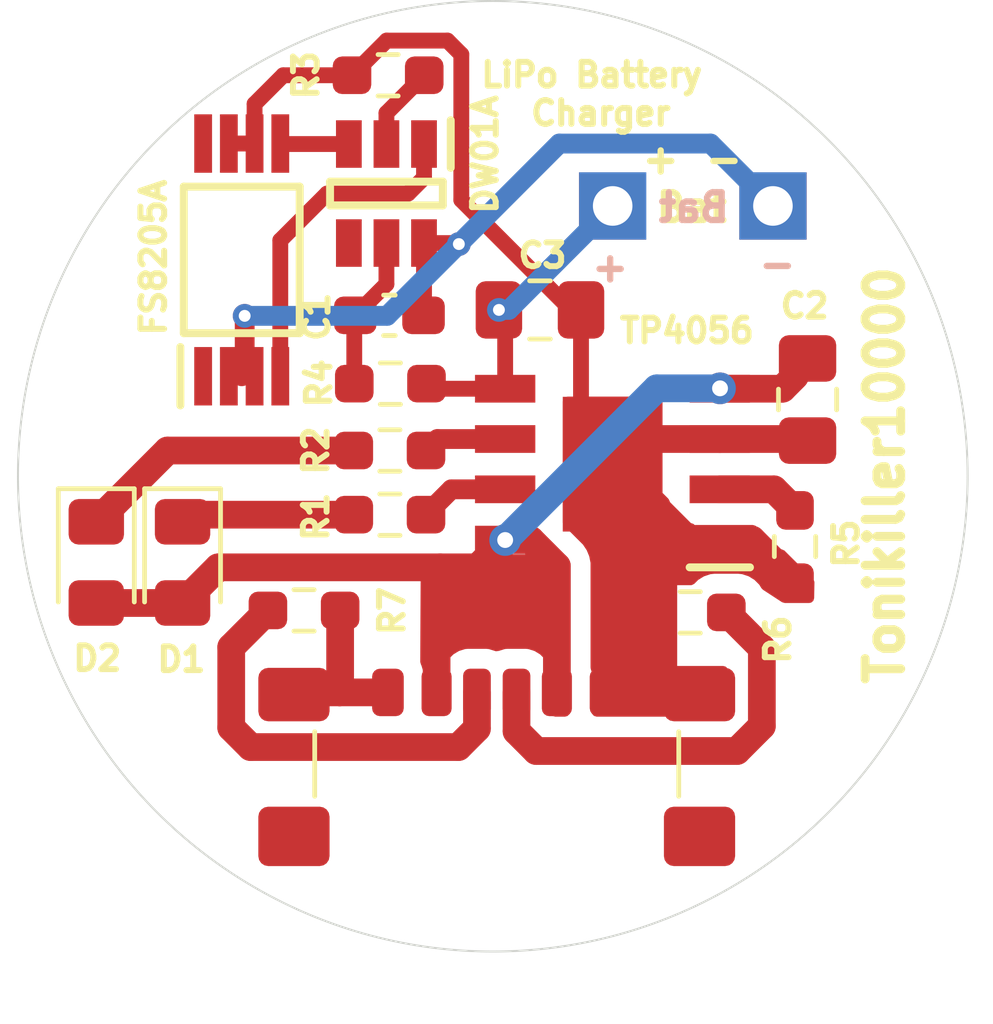
<source format=kicad_pcb>
(kicad_pcb (version 20240108) (generator "pcbnew") (generator_version "8.0")
  (layers (0 "F.Cu" signal) (31 "B.Cu" signal) (34 "B.Paste" user) (35 "F.Paste" user) (36 "B.SilkS" user "B.Silkscreen") (37 "F.SilkS" user "F.Silkscreen") (38 "B.Mask" user) (39 "F.Mask" user) (44 "Edge.Cuts" user))
  (net 0 "")
  (net 1 "-BATT")
  (net 2 "Net-(U3-VCC)")
  (net 3 "VCC")
  (net 4 "GND")
  (net 5 "+BATT")
  (net 6 "Net-(D1-K)")
  (net 7 "Net-(D2-K)")
  (net 8 "Net-(J1-CC1)")
  (net 9 "Net-(J1-CC2)")
  (net 10 "Net-(U1-~{CHRG})")
  (net 11 "Net-(U1-~{STDBY})")
  (net 12 "Net-(U1-PROG2)")
  (net 13 "Net-(U2-G2)")
  (net 15 "Net-(U2-G1)")
  (net 17 "Net-(U3-CS)")
  (footprint "FS8205A:SOP65P640X120-8N" (layer "F.Cu") (at 53.925 157.937 90)
    (property "Reference" "U2" (hide yes))
    (property "Value" "FS8205A" (at 0.06 -2.23 90) (layer "F.SilkS") (effects (font (size 0.6 0.6))))
    (fp_line (start -3.675 -1.55) (end -2.2 -1.55) (stroke (width 0.2)) (layer "F.SilkS"))
    (fp_line (start 1.85 -1.465) (end 1.85 1.465) (stroke (width 0.2)) (layer "F.SilkS"))
    (fp_line (start -1.85 -1.465) (end 1.85 -1.465) (stroke (width 0.2)) (layer "F.SilkS"))
    (fp_line (start 1.85 1.465) (end -1.85 1.465) (stroke (width 0.2)) (layer "F.SilkS"))
    (fp_line (start -1.85 1.465) (end -1.85 -1.465) (stroke (width 0.2)) (layer "F.SilkS"))
    (pad "1" smd rect (at -2.938 -0.975 180) (size 0.45 1.475) (layers "F.Cu" "F.Paste" "F.Mask"))
    (pad "2" smd rect (at -2.938 -0.325 180) (size 0.45 1.475) (layers "F.Cu" "F.Paste" "F.Mask") (net 1 "-BATT"))
    (pad "3" smd rect (at -2.938 0.325 180) (size 0.45 1.475) (layers "F.Cu" "F.Paste" "F.Mask") (net 1 "-BATT"))
    (pad "4" smd rect (at -2.938 0.975 180) (size 0.45 1.475) (layers "F.Cu" "F.Paste" "F.Mask") (net 15 "Net-(U2-G1)"))
    (pad "5" smd rect (at 2.938 0.975 180) (size 0.45 1.475) (layers "F.Cu" "F.Paste" "F.Mask") (net 13 "Net-(U2-G2)"))
    (pad "6" smd rect (at 2.938 0.325 180) (size 0.45 1.475) (layers "F.Cu" "F.Paste" "F.Mask") (net 4 "GND"))
    (pad "7" smd rect (at 2.938 -0.325 180) (size 0.45 1.475) (layers "F.Cu" "F.Paste" "F.Mask") (net 4 "GND"))
    (pad "8" smd rect (at 2.938 -0.975 180) (size 0.45 1.475) (layers "F.Cu" "F.Paste" "F.Mask"))
  )
  (footprint "LED_SMD:LED_0805_2012Metric_Pad1.15x1.40mm_HandSolder" (layer "F.Cu") (at 52.43 165.575 -90)
    (property "Reference" "D1" (hide yes))
    (property "Value" "D1" (at 2.45 0.03 180) (layer "F.SilkS") (effects (font (size 0.6 0.6))))
    (fp_line (start -1.86 0.96) (end 1 0.96) (stroke (width 0.12)) (layer "F.SilkS"))
    (fp_line (start -1.86 -0.96) (end -1.86 0.96) (stroke (width 0.12)) (layer "F.SilkS"))
    (fp_line (start 1 -0.96) (end -1.86 -0.96) (stroke (width 0.12)) (layer "F.SilkS"))
    (pad "1" smd roundrect (at -1.025 0 270) (size 1.15 1.4) (layers "F.Cu" "F.Paste" "F.Mask") (roundrect_rratio 0.2173913043) (net 6 "Net-(D1-K)"))
    (pad "2" smd roundrect (at 1.025 0 270) (size 1.15 1.4) (layers "F.Cu" "F.Paste" "F.Mask") (roundrect_rratio 0.2173913043) (net 3 "VCC"))
  )
  (footprint "LED_SMD:LED_0805_2012Metric_Pad1.15x1.40mm_HandSolder" (layer "F.Cu") (at 50.25 165.575 -90)
    (property "Reference" "D2" (hide yes))
    (property "Value" "D2" (at 2.425 -0.025 180) (layer "F.SilkS") (effects (font (size 0.6 0.6))))
    (fp_line (start -1.86 0.96) (end 1 0.96) (stroke (width 0.12)) (layer "F.SilkS"))
    (fp_line (start -1.86 -0.96) (end -1.86 0.96) (stroke (width 0.12)) (layer "F.SilkS"))
    (fp_line (start 1 -0.96) (end -1.86 -0.96) (stroke (width 0.12)) (layer "F.SilkS"))
    (pad "1" smd roundrect (at -1.025 0 270) (size 1.15 1.4) (layers "F.Cu" "F.Paste" "F.Mask") (roundrect_rratio 0.2173913043) (net 7 "Net-(D2-K)"))
    (pad "2" smd roundrect (at 1.025 0 270) (size 1.15 1.4) (layers "F.Cu" "F.Paste" "F.Mask") (roundrect_rratio 0.2173913043) (net 3 "VCC"))
  )
  (footprint "" (layer "F.Cu") (at 67.35 156.575)
    (property "Reference" "J3" (hide yes))
    (property "Value" "Bat-")
    (pad "1" thru_hole rect (at 0 0 90) (size 1.7 1.7) (drill 1) (layers "*.Cu" "*.Mask") (net 1 "-BATT"))
  )
  (footprint "Resistor_SMD:R_0603_1608Metric_Pad0.98x0.95mm_HandSolder" (layer "F.Cu") (at 57.625 153.275 180)
    (property "Reference" "R3" (at 2.075 0 90) (layer "F.SilkS") (effects (font (size 0.6 0.6))))
    (property "Value" "1K" (hide yes))
    (fp_line (start -0.254724 0.5225) (end 0.254724 0.5225) (stroke (width 0.12)) (layer "F.SilkS"))
    (fp_line (start -0.254724 -0.5225) (end 0.254724 -0.5225) (stroke (width 0.12)) (layer "F.SilkS"))
    (pad "1" smd roundrect (at -0.9125 0 180) (size 0.975 0.95) (layers "F.Cu" "F.Paste" "F.Mask") (net 17 "Net-(U3-CS)"))
    (pad "2" smd roundrect (at 0.9125 0 180) (size 0.975 0.95) (layers "F.Cu" "F.Paste" "F.Mask") (net 4 "GND"))
  )
  (footprint "Capacitor_SMD:C_0805_2012Metric_Pad1.18x1.45mm_HandSolder" (layer "F.Cu") (at 61.4625 159.2)
    (property "Reference" "C3" (at 0.0625 -1.375 0) (layer "F.SilkS") (effects (font (size 0.6 0.6))))
    (property "Value" "10uF")
    (fp_line (start -0.261252 -0.735) (end 0.261252 -0.735) (stroke (width 0.12)) (layer "F.SilkS"))
    (fp_line (start -0.261252 0.735) (end 0.261252 0.735) (stroke (width 0.12)) (layer "F.SilkS"))
    (pad "1" smd roundrect (at -1.0375 0) (size 1.175 1.45) (layers "F.Cu" "F.Paste" "F.Mask") (roundrect_rratio 0.212766) (net 5 "+BATT"))
    (pad "2" smd roundrect (at 1.0375 0) (size 1.175 1.45) (layers "F.Cu" "F.Paste" "F.Mask") (roundrect_rratio 0.212766) (net 4 "GND"))
  )
  (footprint "" (layer "F.Cu") (at 63.3 156.575)
    (property "Reference" "J2" (hide yes))
    (property "Value" "Bat+")
    (pad "1" thru_hole rect (at 0 0 90) (size 1.7 1.7) (drill 1) (layers "*.Cu" "*.Mask") (net 5 "+BATT"))
  )
  (footprint "Capacitor_SMD:C_0603_1608Metric_Pad1.08x0.95mm_HandSolder" (layer "F.Cu") (at 57.6575 159.33675 180)
    (property "Reference" "C1" (at 1.8325 -0.03825 90) (layer "F.SilkS") (effects (font (size 0.6 0.6))))
    (property "Value" "100nF" (hide yes))
    (fp_line (start -0.146267 0.51) (end 0.146267 0.51) (stroke (width 0.12)) (layer "F.SilkS"))
    (fp_line (start -0.146267 -0.51) (end 0.146267 -0.51) (stroke (width 0.12)) (layer "F.SilkS"))
    (pad "1" smd roundrect (at -0.8625 0 180) (size 1.075 0.95) (layers "F.Cu" "F.Paste" "F.Mask") (net 1 "-BATT"))
    (pad "2" smd roundrect (at 0.8625 0 180) (size 1.075 0.95) (layers "F.Cu" "F.Paste" "F.Mask") (net 2 "Net-(U3-VCC)"))
  )
  (footprint "Resistor_SMD:R_0603_1608Metric_Pad0.98x0.95mm_HandSolder" (layer "F.Cu") (at 65.26 166.8375)
    (property "Reference" "R6" (at 2.215 0.6875 90) (layer "F.SilkS") (effects (font (size 0.6 0.6))))
    (property "Value" "5.1K" (hide yes))
    (fp_line (start -0.254724 -0.5225) (end 0.254724 -0.5225) (stroke (width 0.12)) (layer "F.SilkS"))
    (fp_line (start -0.254724 0.5225) (end 0.254724 0.5225) (stroke (width 0.12)) (layer "F.SilkS"))
    (pad "1" smd roundrect (at -0.9125 0) (size 0.975 0.95) (layers "F.Cu" "F.Paste" "F.Mask") (net 4 "GND"))
    (pad "2" smd roundrect (at 0.9125 0) (size 0.975 0.95) (layers "F.Cu" "F.Paste" "F.Mask") (net 9 "Net-(J1-CC2)"))
  )
  (footprint "Connector_USB:USB_C_Receptacle_GCT_USB4135-GF-A_6P_TopMnt_Horizontal" (layer "F.Cu") (at 60.37 171.89)
    (property "Reference" "J1" (hide yes))
    (property "Value" "USB_C_Receptacle_PowerOnly_6P")
    (fp_line (start -4.6 -2.04) (end -4.6 -0.41) (stroke (width 0.12)) (layer "F.SilkS"))
    (fp_line (start 4.6 -2.04) (end 4.6 -0.41) (stroke (width 0.12)) (layer "F.SilkS"))
    (pad "A5" smd roundrect (at -0.5 -3.0325) (size 0.7 1.2) (layers "F.Cu" "F.Paste" "F.Mask") (net 8 "Net-(J1-CC1)"))
    (pad "A9" smd roundrect (at 1.52 -3.0325 180) (size 0.76 1.2) (layers "F.Cu" "F.Paste" "F.Mask") (net 3 "VCC"))
    (pad "A12" smd roundrect (at 2.75 -3.0325 180) (size 0.8 1.2) (layers "F.Cu" "F.Paste" "F.Mask") (net 4 "GND"))
    (pad "B5" smd roundrect (at 0.5 -3.0325 180) (size 0.7 1.2) (layers "F.Cu" "F.Paste" "F.Mask") (net 9 "Net-(J1-CC2)"))
    (pad "B9" smd roundrect (at -1.52 -3.0325) (size 0.76 1.2) (layers "F.Cu" "F.Paste" "F.Mask") (net 3 "VCC"))
    (pad "B12" smd roundrect (at -2.75 -3.0325) (size 0.8 1.2) (layers "F.Cu" "F.Paste" "F.Mask") (net 4 "GND"))
    (pad "S1" smd roundrect (at -5.125 -2.9775) (size 1.8 1.35) (layers "F.Cu" "F.Paste" "F.Mask") (roundrect_rratio 0.1851851852) (net 4 "GND"))
    (pad "S1" smd roundrect (at -5.125 0.6025) (size 1.8 1.5) (layers "F.Cu" "F.Paste" "F.Mask") (roundrect_rratio 0.1666666667) (net 4 "GND"))
    (pad "S1" smd roundrect (at 5.125 -2.9775) (size 1.8 1.35) (layers "F.Cu" "F.Paste" "F.Mask") (roundrect_rratio 0.1851851852) (net 4 "GND"))
    (pad "S1" smd roundrect (at 5.125 0.6025) (size 1.8 1.5) (layers "F.Cu" "F.Paste" "F.Mask") (roundrect_rratio 0.1666666667) (net 4 "GND"))
  )
  (footprint "Resistor_SMD:R_0603_1608Metric_Pad0.98x0.95mm_HandSolder" (layer "F.Cu") (at 57.67 162.75)
    (property "Reference" "R2" (at -1.87 0 90) (layer "F.SilkS") (effects (font (size 0.6 0.6))))
    (property "Value" "1K" (hide yes))
    (fp_line (start -0.254724 -0.5225) (end 0.254724 -0.5225) (stroke (width 0.12)) (layer "F.SilkS"))
    (fp_line (start -0.254724 0.5225) (end 0.254724 0.5225) (stroke (width 0.12)) (layer "F.SilkS"))
    (pad "1" smd roundrect (at -0.9125 0) (size 0.975 0.95) (layers "F.Cu" "F.Paste" "F.Mask") (net 7 "Net-(D2-K)"))
    (pad "2" smd roundrect (at 0.9125 0) (size 0.975 0.95) (layers "F.Cu" "F.Paste" "F.Mask") (net 11 "Net-(U1-~{STDBY})"))
  )
  (footprint "Resistor_SMD:R_0603_1608Metric_Pad0.98x0.95mm_HandSolder" (layer "F.Cu") (at 57.6825 161.06175 180)
    (property "Reference" "R4" (at 1.8075 0.01175 90) (layer "F.SilkS") (effects (font (size 0.6 0.6))))
    (property "Value" "100R" (hide yes))
    (fp_line (start -0.254724 0.5225) (end 0.254724 0.5225) (stroke (width 0.12)) (layer "F.SilkS"))
    (fp_line (start -0.254724 -0.5225) (end 0.254724 -0.5225) (stroke (width 0.12)) (layer "F.SilkS"))
    (pad "1" smd roundrect (at -0.9125 0 180) (size 0.975 0.95) (layers "F.Cu" "F.Paste" "F.Mask") (net 5 "+BATT"))
    (pad "2" smd roundrect (at 0.9125 0 180) (size 0.975 0.95) (layers "F.Cu" "F.Paste" "F.Mask") (net 2 "Net-(U3-VCC)"))
  )
  (footprint "Resistor_SMD:R_0603_1608Metric_Pad0.98x0.95mm_HandSolder" (layer "F.Cu") (at 57.67 164.37)
    (property "Reference" "R1" (at -1.87 0.055 90) (layer "F.SilkS") (effects (font (size 0.6 0.6))))
    (property "Value" "1K" (hide yes))
    (fp_line (start -0.254724 -0.5225) (end 0.254724 -0.5225) (stroke (width 0.12)) (layer "F.SilkS"))
    (fp_line (start -0.254724 0.5225) (end 0.254724 0.5225) (stroke (width 0.12)) (layer "F.SilkS"))
    (pad "1" smd roundrect (at -0.9125 0) (size 0.975 0.95) (layers "F.Cu" "F.Paste" "F.Mask") (net 6 "Net-(D1-K)"))
    (pad "2" smd roundrect (at 0.9125 0) (size 0.975 0.95) (layers "F.Cu" "F.Paste" "F.Mask") (net 10 "Net-(U1-~{CHRG})"))
  )
  (footprint "TP4056:SOIC127P600X175-9N" (layer "F.Cu") (at 63.295 163.095 180)
    (property "Reference" "U1" (hide yes))
    (property "Value" "TP4056" (at -1.88 3.37 0) (layer "F.SilkS") (effects (font (size 0.6 0.6))))
    (fp_line (start -3.475 -2.605) (end -1.95 -2.605) (stroke (width 0.2)) (layer "F.SilkS"))
    (pad "1" smd rect (at -2.712 -1.905 270) (size 0.7 1.525) (layers "F.Cu" "F.Paste" "F.Mask") (net 4 "GND"))
    (pad "2" smd rect (at -2.712 -0.635 270) (size 0.7 1.525) (layers "F.Cu" "F.Paste" "F.Mask") (net 12 "Net-(U1-PROG2)"))
    (pad "3" smd rect (at -2.712 0.635 270) (size 0.7 1.525) (layers "F.Cu" "F.Paste" "F.Mask") (net 4 "GND"))
    (pad "4" smd rect (at -2.712 1.905 270) (size 0.7 1.525) (layers "F.Cu" "F.Paste" "F.Mask") (net 3 "VCC"))
    (pad "5" smd rect (at 2.712 1.905 270) (size 0.7 1.525) (layers "F.Cu" "F.Paste" "F.Mask") (net 5 "+BATT"))
    (pad "6" smd rect (at 2.712 0.635 270) (size 0.7 1.525) (layers "F.Cu" "F.Paste" "F.Mask") (net 11 "Net-(U1-~{STDBY})"))
    (pad "7" smd rect (at 2.712 -0.635 270) (size 0.7 1.525) (layers "F.Cu" "F.Paste" "F.Mask") (net 10 "Net-(U1-~{CHRG})"))
    (pad "8" smd rect (at 2.712 -1.905 270) (size 0.7 1.525) (layers "F.Cu" "F.Paste" "F.Mask") (net 3 "VCC"))
    (pad "9" smd rect (at 0 0 180) (size 2.513 3.402) (layers "F.Cu" "F.Paste" "F.Mask") (net 4 "GND"))
  )
  (footprint "DW01A-G:SOT95P280X135-6N" (layer "F.Cu") (at 57.5825 156.26175 -90)
    (property "Reference" "U3" (hide yes))
    (property "Value" "DW01A" (at -0.98675 -2.4925 90) (layer "F.SilkS") (effects (font (size 0.6 0.6))))
    (fp_line (start -0.3 1.425) (end -0.3 -1.425) (stroke (width 0.2)) (layer "F.SilkS"))
    (fp_line (start 0.3 1.425) (end -0.3 1.425) (stroke (width 0.2)) (layer "F.SilkS"))
    (fp_line (start -0.3 -1.425) (end 0.3 -1.425) (stroke (width 0.2)) (layer "F.SilkS"))
    (fp_line (start 0.3 -1.425) (end 0.3 1.425) (stroke (width 0.2)) (layer "F.SilkS"))
    (fp_line (start -1.85 -1.625) (end -0.65 -1.625) (stroke (width 0.2)) (layer "F.SilkS"))
    (pad "1" smd rect (at -1.25 -0.95) (size 0.65 1.2) (layers "F.Cu" "F.Paste" "F.Mask") (net 15 "Net-(U2-G1)"))
    (pad "2" smd rect (at -1.25 0) (size 0.65 1.2) (layers "F.Cu" "F.Paste" "F.Mask") (net 17 "Net-(U3-CS)"))
    (pad "3" smd rect (at -1.25 0.95) (size 0.65 1.2) (layers "F.Cu" "F.Paste" "F.Mask") (net 13 "Net-(U2-G2)"))
    (pad "4" smd rect (at 1.25 0.95) (size 0.65 1.2) (layers "F.Cu" "F.Paste" "F.Mask"))
    (pad "5" smd rect (at 1.25 0) (size 0.65 1.2) (layers "F.Cu" "F.Paste" "F.Mask") (net 2 "Net-(U3-VCC)"))
    (pad "6" smd rect (at 1.25 -0.95) (size 0.65 1.2) (layers "F.Cu" "F.Paste" "F.Mask") (net 1 "-BATT"))
  )
  (footprint "Resistor_SMD:R_0603_1608Metric_Pad0.98x0.95mm_HandSolder" (layer "F.Cu") (at 55.5 166.7875 180)
    (property "Reference" "R7" (at -2.225 -0.0125 90) (layer "F.SilkS") (effects (font (size 0.6 0.6))))
    (property "Value" "5.1K" (hide yes))
    (fp_line (start -0.254724 0.5225) (end 0.254724 0.5225) (stroke (width 0.12)) (layer "F.SilkS"))
    (fp_line (start -0.254724 -0.5225) (end 0.254724 -0.5225) (stroke (width 0.12)) (layer "F.SilkS"))
    (pad "1" smd roundrect (at -0.9125 0 180) (size 0.975 0.95) (layers "F.Cu" "F.Paste" "F.Mask") (net 4 "GND"))
    (pad "2" smd roundrect (at 0.9125 0 180) (size 0.975 0.95) (layers "F.Cu" "F.Paste" "F.Mask") (net 8 "Net-(J1-CC1)"))
  )
  (footprint "Capacitor_SMD:C_0805_2012Metric_Pad1.18x1.45mm_HandSolder" (layer "F.Cu") (at 68.225 161.4625 90)
    (property "Reference" "C2" (at 2.3625 -0.075 0) (layer "F.SilkS") (effects (font (size 0.6 0.6))))
    (property "Value" "10uF")
    (fp_line (start -0.261252 -0.735) (end 0.261252 -0.735) (stroke (width 0.12)) (layer "F.SilkS"))
    (fp_line (start -0.261252 0.735) (end 0.261252 0.735) (stroke (width 0.12)) (layer "F.SilkS"))
    (pad "1" smd roundrect (at -1.0375 0 90) (size 1.175 1.45) (layers "F.Cu" "F.Paste" "F.Mask") (roundrect_rratio 0.212766) (net 4 "GND"))
    (pad "2" smd roundrect (at 1.0375 0 90) (size 1.175 1.45) (layers "F.Cu" "F.Paste" "F.Mask") (roundrect_rratio 0.212766) (net 3 "VCC"))
  )
  (footprint "Resistor_SMD:R_0603_1608Metric_Pad0.98x0.95mm_HandSolder" (layer "F.Cu") (at 67.908 165.175 90)
    (property "Reference" "R5" (at 0.075 1.292 90) (layer "F.SilkS") (effects (font (size 0.6 0.6))))
    (property "Value" "1.2K" (hide yes))
    (fp_line (start -0.254724 -0.5225) (end 0.254724 -0.5225) (stroke (width 0.12)) (layer "F.SilkS"))
    (fp_line (start -0.254724 0.5225) (end 0.254724 0.5225) (stroke (width 0.12)) (layer "F.SilkS"))
    (pad "1" smd roundrect (at -0.9125 0 90) (size 0.975 0.95) (layers "F.Cu" "F.Paste" "F.Mask") (net 4 "GND"))
    (pad "2" smd roundrect (at 0.9125 0 90) (size 0.975 0.95) (layers "F.Cu" "F.Paste" "F.Mask") (net 12 "Net-(U1-PROG2)"))
  )
  (gr_circle (center 60.27 163.4) (end 72.27 163.4) (stroke (width 0.05)) (fill none) (layer "Edge.Cuts"))
  (gr_text "-" (at 68 158.45 0) (layer "B.SilkS") (effects (font (size 0.7 0.7) (thickness 0.16) (bold yes)) (justify left bottom mirror)))
  (gr_text "Bat\n\n" (at 66.325 158.15 0) (layer "B.SilkS") (effects (font (size 0.7 0.7) (thickness 0.16) (bold yes)) (justify left bottom mirror)))
  (gr_text "+" (at 63.775 158.525 0) (layer "B.SilkS") (effects (font (size 0.7 0.7) (thickness 0.16) (bold yes)) (justify left bottom mirror)))
  (gr_text "Bat\n\n" (at 64.325 158.15 0) (layer "F.SilkS") (effects (font (size 0.7 0.7) (thickness 0.16) (bold yes)) (justify left bottom)))
  (gr_text "Tonikiller10000" (at 70.175 163.375 90) (layer "F.SilkS") (effects (font (size 0.9 0.9) (thickness 0.225) (bold yes))))
  (gr_text "-" (at 65.575 155.8 0) (layer "F.SilkS") (effects (font (size 0.7 0.7) (thickness 0.16) (bold yes)) (justify left bottom)))
  (gr_text "+" (at 63.975 155.8 0) (layer "F.SilkS") (effects (font (size 0.7 0.7) (thickness 0.16) (bold yes)) (justify left bottom)))
  (gr_text "LiPo Battery \nCharger" (at 63 153.75 0) (layer "F.SilkS") (effects (font (size 0.6 0.6) (thickness 0.15) (bold yes))))
  (segment (start 53.925 160.875) (end 54.25 160.875) (width 0.4) (layer "F.Cu") (net 1))
  (segment (start 58.5325 159.32425) (end 58.52 159.33675) (width 0.4) (layer "F.Cu") (net 1))
  (segment (start 53.6 160.875) (end 53.925 160.875) (width 0.4) (layer "F.Cu") (net 1))
  (segment (start 59.38675 157.51175) (end 59.4125 157.5375) (width 0.4) (layer "F.Cu") (net 1))
  (segment (start 58.5325 157.51175) (end 59.38675 157.51175) (width 0.4) (layer "F.Cu") (net 1))
  (segment (start 54 160.8) (end 53.925 160.875) (width 0.5) (layer "F.Cu") (net 1))
  (segment (start 54 159.35) (end 54 160.8) (width 0.5) (layer "F.Cu") (net 1))
  (segment (start 58.5325 157.51175) (end 58.5325 159.32425) (width 0.4) (layer "F.Cu") (net 1))
  (via (at 59.4125 157.5375) (size 0.6) (drill 0.3) (layers "F.Cu" "B.Cu") (net 1))
  (via (at 54 159.35) (size 0.6) (drill 0.3) (layers "F.Cu" "B.Cu") (net 1))
  (segment (start 59.4125 157.5375) (end 57.6 159.35) (width 0.5) (layer "B.Cu") (net 1))
  (segment (start 67.35 156.575) (end 65.775 155) (width 0.5) (layer "B.Cu") (net 1))
  (segment (start 65.775 155) (end 61.95 155) (width 0.5) (layer "B.Cu") (net 1))
  (segment (start 57.6 159.35) (end 54 159.35) (width 0.5) (layer "B.Cu") (net 1))
  (segment (start 61.95 155) (end 59.4125 157.5375) (width 0.5) (layer "B.Cu") (net 1))
  (segment (start 56.77 159.36175) (end 56.795 159.33675) (width 0.4) (layer "F.Cu") (net 2))
  (segment (start 57.5825 157.51175) (end 57.5825 158.54925) (width 0.4) (layer "F.Cu") (net 2))
  (segment (start 56.77 161.06175) (end 56.77 159.36175) (width 0.4) (layer "F.Cu") (net 2))
  (segment (start 57.5825 158.54925) (end 56.795 159.33675) (width 0.4) (layer "F.Cu") (net 2))
  (segment (start 61.23 165.01) (end 60.583 165.01) (width 0.7) (layer "F.Cu") (net 3))
  (segment (start 66.007 161.19) (end 66.013 161.18) (width 0.7) (layer "F.Cu") (net 3))
  (segment (start 53.33 165.7) (end 52.43 166.6) (width 0.7) (layer "F.Cu") (net 3))
  (segment (start 59.883 165.7) (end 53.33 165.7) (width 0.7) (layer "F.Cu") (net 3))
  (segment (start 60.583 165) (end 60.583 165.01) (width 0.7) (layer "F.Cu") (net 3))
  (segment (start 58.94 165.7) (end 58.85 165.79) (width 0.7) (layer "F.Cu") (net 3))
  (segment (start 58.85 165.79) (end 58.85 168.8575) (width 0.7) (layer "F.Cu") (net 3))
  (segment (start 60.583 165) (end 59.883 165.7) (width 0.7) (layer "F.Cu") (net 3))
  (segment (start 61.89 165.67) (end 61.23 165.01) (width 0.7) (layer "F.Cu") (net 3))
  (segment (start 67.5905 161.19) (end 67.908 160.8725) (width 0.7) (layer "F.Cu") (net 3))
  (segment (start 66.007 161.19) (end 67.5905 161.19) (width 0.7) (layer "F.Cu") (net 3))
  (segment (start 61.89 168.8575) (end 61.89 165.67) (width 0.7) (layer "F.Cu") (net 3))
  (segment (start 52.43 166.6) (end 50.25 166.6) (width 0.7) (layer "F.Cu") (net 3))
  (via (at 60.583 165.01) (size 0.8) (drill 0.4) (layers "F.Cu" "B.Cu") (net 3))
  (via (at 66.013 161.18) (size 0.8) (drill 0.4) (layers "F.Cu" "B.Cu") (net 3))
  (segment (start 66.013 161.18) (end 64.413 161.18) (width 0.7) (layer "B.Cu") (net 3))
  (segment (start 64.413 161.18) (end 60.583 165.01) (width 0.7) (layer "B.Cu") (net 3))
  (segment (start 64.3475 164.1475) (end 63.295 163.095) (width 0.7) (layer "F.Cu") (net 4))
  (segment (start 66.007 162.46) (end 63.93 162.46) (width 0.7) (layer "F.Cu") (net 4))
  (segment (start 54.25 154.999) (end 54.25 154) (width 0.4) (layer "F.Cu") (net 4))
  (segment (start 65.44 168.8575) (end 65.495 168.9125) (width 0.7) (layer "F.Cu") (net 4))
  (segment (start 56.4 168.8575) (end 55.3 168.8575) (width 0.7) (layer "F.Cu") (net 4))
  (segment (start 57.62 168.8575) (end 56.4 168.8575) (width 0.7) (layer "F.Cu") (net 4))
  (segment (start 64.3475 166.8375) (end 64.3475 168.8575) (width 0.7) (layer "F.Cu") (net 4))
  (segment (start 63.295 163.095) (end 63.295 161.965) (width 0.7) (layer "F.Cu") (net 4))
  (segment (start 57.5875 152.4) (end 59.125 152.4) (width 0.4) (layer "F.Cu") (net 4))
  (segment (start 62.5 162.3) (end 63.295 163.095) (width 0.4) (layer "F.Cu") (net 4))
  (segment (start 66.007 165) (end 66.8205 165) (width 0.7) (layer "F.Cu") (net 4))
  (segment (start 56.4125 168.845) (end 56.4 168.8575) (width 0.7) (layer "F.Cu") (net 4))
  (segment (start 66.8205 165) (end 67.908 166.0875) (width 0.7) (layer "F.Cu") (net 4))
  (segment (start 64.3475 166.8375) (end 64.3475 164.1475) (width 0.7) (layer "F.Cu") (net 4))
  (segment (start 62.5 159.2) (end 62.5 162.3) (width 0.4) (layer "F.Cu") (net 4))
  (segment (start 59.125 152.4) (end 59.475 152.75) (width 0.4) (layer "F.Cu") (net 4))
  (segment (start 64.34 168.8575) (end 65.44 168.8575) (width 0.7) (layer "F.Cu") (net 4))
  (segment (start 64.3475 168.8575) (end 64.34 168.8575) (width 0.7) (layer "F.Cu") (net 4))
  (segment (start 62.25 159.2) (end 62.5 159.2) (width 0.4) (layer "F.Cu") (net 4))
  (segment (start 54.25 154) (end 54.975 153.275) (width 0.4) (layer "F.Cu") (net 4))
  (segment (start 65.2 165) (end 63.295 163.095) (width 0.7) (layer "F.Cu") (net 4))
  (segment (start 66.007 165) (end 65.2 165) (width 0.7) (layer "F.Cu") (net 4))
  (segment (start 56.4125 166.7875) (end 56.4125 168.845) (width 0.7) (layer "F.Cu") (net 4))
  (segment (start 67.7705 162.46) (end 67.908 162.5975) (width 0.7) (layer "F.Cu") (net 4))
  (segment (start 63.93 162.46) (end 63.295 163.095) (width 0.7) (layer "F.Cu") (net 4))
  (segment (start 56.7125 153.275) (end 57.5875 152.4) (width 0.4) (layer "F.Cu") (net 4))
  (segment (start 63.12 168.8575) (end 64.34 168.8575) (width 0.7) (layer "F.Cu") (net 4))
  (segment (start 54.975 153.275) (end 56.7125 153.275) (width 0.4) (layer "F.Cu") (net 4))
  (segment (start 59.475 156.425) (end 62.25 159.2) (width 0.4) (layer "F.Cu") (net 4))
  (segment (start 59.475 152.75) (end 59.475 156.425) (width 0.4) (layer "F.Cu") (net 4))
  (segment (start 66.007 162.46) (end 67.7705 162.46) (width 0.7) (layer "F.Cu") (net 4))
  (segment (start 55.3 168.8575) (end 55.245 168.9125) (width 0.7) (layer "F.Cu") (net 4))
  (segment (start 53.6 154.999) (end 54.25 154.999) (width 0.4) (layer "F.Cu") (net 4))
  (segment (start 60.583 161.19) (end 60.583 159.358) (width 0.4) (layer "F.Cu") (net 5))
  (segment (start 60.583 159.358) (end 60.425 159.2) (width 0.4) (layer "F.Cu") (net 5))
  (segment (start 58.72325 161.19) (end 58.595 161.06175) (width 0.4) (layer "F.Cu") (net 5))
  (segment (start 60.583 161.19) (end 58.72325 161.19) (width 0.4) (layer "F.Cu") (net 5))
  (via (at 60.425 159.2) (size 0.6) (drill 0.3) (layers "F.Cu" "B.Cu") (net 5))
  (segment (start 60.675 159.2) (end 63.3 156.575) (width 0.5) (layer "B.Cu") (net 5))
  (segment (start 60.425 159.2) (end 60.675 159.2) (width 0.5) (layer "B.Cu") (net 5))
  (segment (start 52.61 164.37) (end 52.43 164.55) (width 0.7) (layer "F.Cu") (net 6))
  (segment (start 56.7575 164.37) (end 52.61 164.37) (width 0.7) (layer "F.Cu") (net 6))
  (segment (start 56.7575 162.75) (end 52.05 162.75) (width 0.7) (layer "F.Cu") (net 7))
  (segment (start 52.05 162.75) (end 50.25 164.55) (width 0.7) (layer "F.Cu") (net 7))
  (segment (start 53.66 169.7475) (end 53.66 167.715) (width 0.7) (layer "F.Cu") (net 8))
  (segment (start 53.66 167.715) (end 54.5875 166.7875) (width 0.7) (layer "F.Cu") (net 8))
  (segment (start 54.15 170.2375) (end 53.66 169.7475) (width 0.7) (layer "F.Cu") (net 8))
  (segment (start 59.4 170.2375) (end 54.15 170.2375) (width 0.7) (layer "F.Cu") (net 8))
  (segment (start 59.87 168.8575) (end 59.87 169.7675) (width 0.7) (layer "F.Cu") (net 8))
  (segment (start 59.87 169.7675) (end 59.4 170.2375) (width 0.7) (layer "F.Cu") (net 8))
  (segment (start 61.37 170.3375) (end 60.87 169.8375) (width 0.7) (layer "F.Cu") (net 9))
  (segment (start 66.1725 166.8375) (end 67.07 167.735) (width 0.7) (layer "F.Cu") (net 9))
  (segment (start 67.07 167.735) (end 67.07 169.7075) (width 0.7) (layer "F.Cu") (net 9))
  (segment (start 67.07 169.7075) (end 66.44 170.3375) (width 0.7) (layer "F.Cu") (net 9))
  (segment (start 60.87 169.8375) (end 60.87 168.8575) (width 0.7) (layer "F.Cu") (net 9))
  (segment (start 66.44 170.3375) (end 61.37 170.3375) (width 0.7) (layer "F.Cu") (net 9))
  (segment (start 58.5825 164.37) (end 59.2225 163.73) (width 0.5) (layer "F.Cu") (net 10))
  (segment (start 59.2225 163.73) (end 60.583 163.73) (width 0.5) (layer "F.Cu") (net 10))
  (segment (start 58.8725 162.46) (end 60.583 162.46) (width 0.5) (layer "F.Cu") (net 11))
  (segment (start 58.5825 162.75) (end 58.8725 162.46) (width 0.5) (layer "F.Cu") (net 11))
  (segment (start 66.007 163.73) (end 67.3755 163.73) (width 0.7) (layer "F.Cu") (net 12))
  (segment (start 67.3755 163.73) (end 67.908 164.2625) (width 0.7) (layer "F.Cu") (net 12))
  (segment (start 54.91275 155.01175) (end 54.9 154.999) (width 0.4) (layer "F.Cu") (net 13))
  (segment (start 56.6325 155.01175) (end 54.91275 155.01175) (width 0.4) (layer "F.Cu") (net 13))
  (segment (start 54.9 157.44425) (end 54.9 160.875) (width 0.4) (layer "F.Cu") (net 15))
  (segment (start 58.1325 156.26175) (end 56.0825 156.26175) (width 0.4) (layer "F.Cu") (net 15))
  (segment (start 56.0825 156.26175) (end 54.9 157.44425) (width 0.4) (layer "F.Cu") (net 15))
  (segment (start 58.5325 155.01175) (end 58.5325 155.86175) (width 0.4) (layer "F.Cu") (net 15))
  (segment (start 58.5325 155.86175) (end 58.1325 156.26175) (width 0.4) (layer "F.Cu") (net 15))
  (segment (start 57.5825 155.01175) (end 57.5825 154.23) (width 0.4) (layer "F.Cu") (net 17))
  (segment (start 57.5825 154.23) (end 58.5375 153.275) (width 0.4) (layer "F.Cu") (net 17))
  (zone (net 3) (net_name "VCC") (layer "F.Cu") (connect_pads yes (clearance 0.5)) (min_thickness 0.25) (fill yes (thermal_gap 0.5) (thermal_bridge_width 0.5) (island_removal_mode 1) (island_area_min 10))
    (polygon (pts (xy 61.35 165.37) (xy 62.25 165.51) (xy 62.27 169.47) (xy 61.5 169.47) (xy 61.5 167.98) (xy 59.27 167.98) (xy 59.27 169.49) (xy 58.43 169.49) (xy 58.45 165.37)))
  )
  (zone (net 4) (net_name "GND") (layer "F.Cu") (priority 1) (connect_pads yes (clearance 0.5)) (min_thickness 0.25) (fill yes (thermal_gap 0.5) (thermal_bridge_width 0.5) (island_removal_mode 1) (island_area_min 10))
    (polygon (pts (xy 64.56 161.39) (xy 62.04 161.39) (xy 62.04 164.8) (xy 62.48 165.28) (xy 62.68 165.49) (xy 62.68 169.47) (xy 66.45 169.47) (xy 66.45 168.19) (xy 64.93 168.19) (xy 64.93 166.15) (xy 66.92 166.15) (xy 67.61 166.6) (xy 68.39 166.6) (xy 68.4 166.03) (xy 66.99 164.63) (xy 65.37 164.63) (xy 64.56 163.82)))
  )
)
</source>
